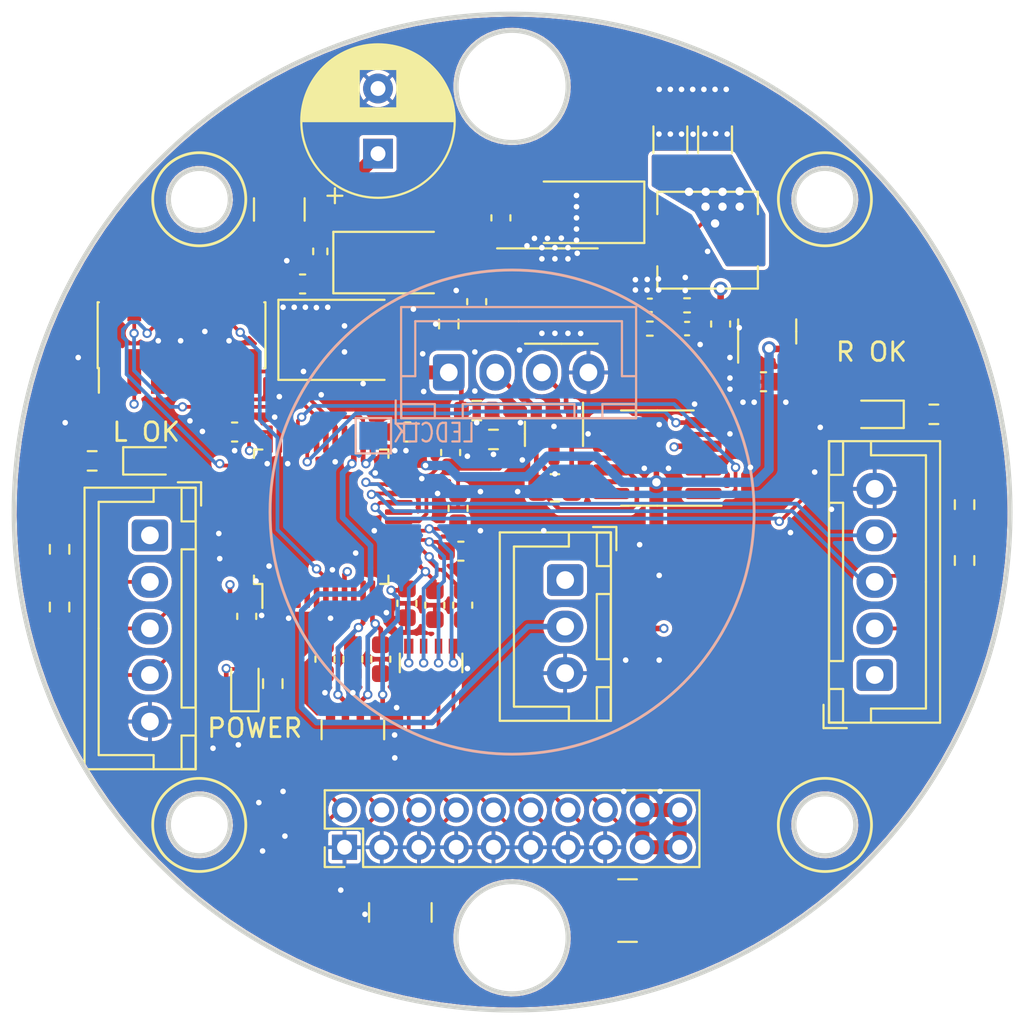
<source format=kicad_pcb>
(kicad_pcb (version 20211014) (generator pcbnew)
  (layers (0 "F.Cu" signal) (1 "In1.Cu" signal) (2 "In2.Cu" signal) (31 "B.Cu" signal) (34 "B.Paste" user) (35 "F.Paste" user) (36 "B.SilkS" user "B.Silkscreen") (37 "F.SilkS" user "F.Silkscreen") (38 "B.Mask" user) (39 "F.Mask" user) (44 "Edge.Cuts" user))
  (net 0 "")
  (net 1 "Net-(C1-Pad1)")
  (net 2 "GND")
  (net 3 "+5V")
  (net 4 "+3V3")
  (net 5 "CAN_TXD")
  (net 6 "+12V")
  (net 7 "VBAT_SENSE")
  (net 8 "CAN_RXD")
  (net 14 "Net-(D3-Pad1)")
  (net 15 "Net-(J2-Pad2)")
  (net 18 "Net-(J2-Pad4)")
  (net 19 "Net-(J2-Pad6)")
  (net 20 "Net-(J2-Pad8)")
  (net 21 "SWDIO")
  (net 22 "SWCLK")
  (net 30 "AIN5")
  (net 31 "AIN6")
  (net 32 "AIN7")
  (net 33 "AIN8")
  (net 34 "AIN1")
  (net 35 "AIN2")
  (net 36 "AIN3")
  (net 37 "AIN4")
  (net 43 "nRESET")
  (net 44 "UART_RX")
  (net 45 "UART_TX")
  (net 46 "LEFT_SCL")
  (net 47 "LEFT_SDA")
  (net 48 "RIGHT_SCL")
  (net 49 "RIGHT_SDA")
  (net 50 "Net-(D4-Pad1)")
  (net 51 "LEFT_OK")
  (net 52 "Net-(D5-Pad1)")
  (net 53 "RIGHT_OK")
  (net 54 "LED_BUS")
  (net 55 "Net-(J2-Pad10)")
  (net 56 "Net-(J2-Pad12)")
  (net 57 "Net-(J2-Pad14)")
  (net 58 "Net-(J2-Pad16)")
  (net 59 "Net-(C2-Pad1)")
  (net 60 "Net-(C7-Pad1)")
  (net 61 "Net-(C13-Pad1)")
  (net 62 "Net-(C13-Pad2)")
  (net 63 "Net-(C20-Pad2)")
  (net 64 "Net-(D2-Pad1)")
  (net 65 "Net-(R16-Pad2)")
  (net 66 "Net-(TP1-Pad1)")
  (net 68 "CANH")
  (net 69 "CANL")
  (footprint "Diode_SMD:D_SMA" (layer "F.Cu") (at 32.3 23.1)
    (fp_text reference "D2" hide)
    (fp_text value "D_Schottky" hide)
  )
  (footprint "Resistor_SMD:R_0603_1608Metric" (layer "F.Cu") (at 25.65 45.7125 -90)
    (fp_text reference "R9" hide)
    (fp_text value "1k" hide)
  )
  (footprint "Connector_PinHeader_2.00mm:PinHeader_2x10_P2.00mm_Vertical" (layer "F.Cu") (at 29.5 54.5 90)
    (fp_text reference "J2" hide)
    (fp_text value "Conn_02x10_Odd_Even" hide)
  )
  (footprint "Capacitor_SMD:C_0603_1608Metric" (layer "F.Cu") (at 37.9 20.7 90)
    (fp_text reference "C13" hide)
    (fp_text value "100n" hide)
  )
  (footprint "Resistor_SMD:R_0603_1608Metric" (layer "F.Cu") (at 35.1 26.4 -90)
    (fp_text reference "R16" hide)
    (fp_text value "10k" hide)
  )
  (footprint "Capacitor_SMD:C_0402_1005Metric" (layer "F.Cu") (at 45.8975 25.3975)
    (fp_text reference "C7" hide)
    (fp_text value "10n" hide)
  )
  (footprint "Package_SO:SOIC-8-1EP_3.9x4.9mm_P1.27mm_EP2.29x3mm" (layer "F.Cu") (at 41.1475 24.8975)
    (fp_text reference "U2" hide)
    (fp_text value "LMR14020" hide)
  )
  (footprint "Inductor_SMD:L_1210_3225Metric" (layer "F.Cu") (at 26 20.25 90)
    (fp_text reference "L1" hide)
    (fp_text value "2.2u" hide)
  )
  (footprint "Resistor_SMD:R_0603_1608Metric" (layer "F.Cu") (at 15.95 33.75)
    (fp_text reference "R14" hide)
    (fp_text value "1k" hide)
  )
  (footprint "Resistor_SMD:R_0603_1608Metric" (layer "F.Cu") (at 61.15 31.25 180)
    (fp_text reference "R15" hide)
    (fp_text value "1k" hide)
  )
  (footprint "Capacitor_SMD:C_0603_1608Metric" (layer "F.Cu") (at 23.6 32.2 180)
    (fp_text reference "C11" hide)
    (fp_text value "100n" hide)
  )
  (footprint "Capacitor_SMD:C_0603_1608Metric" (layer "F.Cu") (at 32.85 41.4 -90)
    (fp_text reference "C15" hide)
    (fp_text value "100n" hide)
  )
  (footprint "Capacitor_SMD:C_0603_1608Metric" (layer "F.Cu") (at 35.85 41.5 -90)
    (fp_text reference "C8" hide)
    (fp_text value "100n" hide)
  )
  (footprint "Resistor_SMD:R_Array_Convex_4x0603" (layer "F.Cu") (at 29.95 48.2 -90)
    (fp_text reference "RN4" hide)
    (fp_text value "10k" hide)
  )
  (footprint "mwsa0503:MWSA0503" (layer "F.Cu") (at 49 21.9 180)
    (fp_text reference "L2" hide)
    (fp_text value "10u" hide)
  )
  (footprint "Resistor_SMD:R_0402_1005Metric" (layer "F.Cu") (at 47.8975 25.3975)
    (fp_text reference "R18" hide)
    (fp_text value "68k" hide)
  )
  (footprint "Resistor_SMD:R_0603_1608Metric" (layer "F.Cu") (at 37.5 32.6)
    (fp_text reference "R3" hide)
    (fp_text value "10k" hide)
  )
  (footprint "Capacitor_SMD:C_0603_1608Metric" (layer "F.Cu") (at 32.9 32.2 180)
    (fp_text reference "C23" hide)
    (fp_text value "100n" hide)
  )
  (footprint "Connector_JST:JST_XH_B5B-XH-A_1x05_P2.50mm_Vertical" (layer "F.Cu") (at 57.975 45.25 90)
    (fp_text reference "J5" hide)
    (fp_text value "Conn_01x05")
  )
  (footprint "Capacitor_THT:CP_Radial_D8.0mm_P3.50mm" (layer "F.Cu") (at 31.3 17.252651 90)
    (fp_text reference "C2" hide)
    (fp_text value "56u" hide)
  )
  (footprint "Capacitor_SMD:C_0603_1608Metric" (layer "F.Cu") (at 29.95 44.4 -90)
    (fp_text reference "C17" hide)
    (fp_text value "100n" hide)
  )
  (footprint "Capacitor_SMD:C_0603_1608Metric" (layer "F.Cu") (at 24.25 42.1 -90)
    (fp_text reference "C12" hide)
    (fp_text value "100n" hide)
  )
  (footprint "Capacitor_SMD:C_0603_1608Metric" (layer "F.Cu") (at 35.2 33.3 90)
    (fp_text reference "C19" hide)
    (fp_text value "1u" hide)
  )
  (footprint "Diode_SMD:D_SMA" (layer "F.Cu") (at 42.2 20.4 180)
    (fp_text reference "D6" hide)
    (fp_text value "D_Schottky" hide)
  )
  (footprint "Package_TO_SOT_SMD:SOT-23" (layer "F.Cu") (at 52.2 26.8 90)
    (fp_text reference "U3" hide)
    (fp_text value "XC6206P332MR" hide)
  )
  (footprint "Connector_JST:JST_XH_B3B-XH-A_1x03_P2.50mm_Vertical" (layer "F.Cu") (at 41.35 40.15 -90)
    (fp_text reference "J6" hide)
    (fp_text value "Conn_01x03" hide)
  )
  (footprint "Resistor_SMD:R_0805_2012Metric" (layer "F.Cu") (at 40.8 35.2)
    (fp_text reference "R4" hide)
    (fp_text value "120" hide)
  )
  (footprint "Capacitor_SMD:C_0603_1608Metric" (layer "F.Cu") (at 28.45 44.4 -90)
    (fp_text reference "C18" hide)
    (fp_text value "100n" hide)
  )
  (footprint "LED_SMD:LED_0603_1608Metric" (layer "F.Cu") (at 58.05 31.25 180)
    (fp_text reference "D5" hide)
    (fp_text value "LED" hide)
  )
  (footprint "Capacitor_SMD:C_0402_1005Metric" (layer "F.Cu") (at 47.8975 26.6475 180)
    (fp_text reference "C20" hide)
    (fp_text value "330p" hide)
  )
  (footprint "Resistor_SMD:R_0603_1608Metric" (layer "F.Cu") (at 14.2 38.5 -90)
    (fp_text reference "R10" hide)
    (fp_text value "4.7k" hide)
  )
  (footprint "Capacitor_SMD:C_0603_1608Metric" (layer "F.Cu") (at 49.7 26.4 -90)
    (fp_text reference "C9" hide)
    (fp_text value "100n" hide)
  )
  (footprint "Connector_JST:JST_XH_B5B-XH-A_1x05_P2.50mm_Vertical" (layer "F.Cu") (at 19.05 37.75 -90)
    (fp_text reference "J3" hide)
    (fp_text value "Conn_01x05")
  )
  (footprint "Capacitor_SMD:C_0603_1608Metric" (layer "F.Cu") (at 52 29.5 180)
    (fp_text reference "C10" hide)
    (fp_text value "1u" hide)
  )
  (footprint "LED_SMD:LED_0603_1608Metric" (layer "F.Cu") (at 24.15 45.7125 90)
    (fp_text reference "D3" hide)
    (fp_text value "LED" hide)
  )
  (footprint "Resistor_SMD:R_0402_1005Metric" (layer "F.Cu") (at 45.8975 26.6475 180)
    (fp_text reference "R17" hide)
    (fp_text value "12k" hide)
  )
  (footprint "Resistor_SMD:R_0402_1005Metric" (layer "F.Cu") (at 28.2 22.5 -90)
    (fp_text reference "R1" hide)
    (fp_text value "1" hide)
  )
  (footprint "Capacitor_SMD:C_0603_1608Metric" (layer "F.Cu") (at 27.25 24.25 180)
    (fp_text reference "C1" hide)
    (fp_text value "4.7u" hide)
  )
  (footprint "Resistor_SMD:R_0603_1608Metric" (layer "F.Cu") (at 36.6 31.05)
    (fp_text reference "R2" hide)
    (fp_text value "100k" hide)
  )
  (footprint "Capacitor_SMD:C_0603_1608Metric" (layer "F.Cu") (at 34.35 41.5 -90)
    (fp_text reference "C14" hide)
    (fp_text value "100n" hide)
  )
  (footprint "Connector_PinHeader_1.27mm:PinHeader_2x07_P1.27mm_Vertical_SMD" (layer "F.Cu") (at 20.75 27 90)
    (fp_text reference "J4" hide)
    (fp_text value "FTSH-107-01-F-DV-K" hide)
  )
  (footprint "Resistor_SMD:R_Array_Convex_4x0603" (layer "F.Cu") (at 32.5 58 90)
    (fp_text reference "RN1" hide)
    (fp_text value "1k" hide)
  )
  (footprint "Capacitor_SMD:C_0603_1608Metric" (layer "F.Cu") (at 35.75 38.6)
    (fp_text reference "C4" hide)
    (fp_text value "100n" hide)
  )
  (footprint "Resistor_SMD:R_Array_Convex_4x0603" (layer "F.Cu") (at 44.7 57.9 180)
    (fp_text reference "RN3" hide)
    (fp_text value "470k" hide)
  )
  (footprint "Capacitor_SMD:C_0603_1608Metric" (layer "F.Cu") (at 36.6 25.2 -90)
    (fp_text reference "C5" hide)
    (fp_text value "1u" hide)
  )
  (footprint "Capacitor_SMD:C_0603_1608Metric" (layer "F.Cu") (at 35.6 36.3 90)
    (fp_text reference "C3" hide)
    (fp_text value "100n" hide)
  )
  (footprint "Resistor_SMD:R_0603_1608Metric" (layer "F.Cu") (at 14.2 41.6 -90)
    (fp_text reference "R11" hide)
    (fp_text value "4.7k" hide)
  )
  (footprint "LED_SMD:LED_0603_1608Metric" (layer "F.Cu") (at 19.1 33.75)
    (fp_text reference "D4" hide)
    (fp_text value "LED" hide)
  )
  (footprint "Diode_SMD:D_SMB" (layer "F.Cu") (at 29.5 27.25)
    (fp_text reference "D1" hide)
    (fp_text value "SMBJ24CA" hide)
  )
  (footprint "Package_TO_SOT_SMD:SOT-23" (layer "F.Cu") (at 40.75 32.3 -90)
    (fp_text reference "D7" hide)
    (fp_text value "PESD1CAN")
  )
  (footprint "Resistor_SMD:R_0603_1608Metric" (layer "F.Cu") (at 62.8 39.1 -90)
    (fp_text reference "R12" hide)
    (fp_text value "4.7k" hide)
  )
  (footprint "Resistor_SMD:R_0603_1608Metric" (layer "F.Cu") (at 62.8 36.1 -90)
    (fp_text reference "R13" hide)
    (fp_text value "4.7k" hide)
  )
  (footprint "Capacitor_SMD:C_1206_3216Metric" (layer "F.Cu") (at 47 16.5 90)
    (fp_text reference "C22" hide)
    (fp_text value "10u" hide)
  )
  (footprint "Capacitor_SMD:C_1206_3216Metric" (layer "F.Cu") (at 49.4 16.5 90)
    (fp_text reference "C21" hide)
    (fp_text value "10u" hide)
  )
  (footprint "Package_SO:SOIC-8_3.9x4.9mm_P1.27mm" (layer "F.Cu") (at 46.3 33.6 180)
    (fp_text reference "U1" hide)
    (fp_text value "TJA1051T-3" hide)
  )
  (footprint "Package_QFP:LQFP-48_7x7mm_P0.5mm" (layer "F.Cu") (at 28.25 36.75 90)
    (fp_text reference "U4" hide)
    (fp_text value "STM32F042C6Tx" hide)
  )
  (footprint "Resistor_SMD:R_Array_Convex_4x0603" (layer "F.Cu") (at 34.15 44.6 -90)
    (fp_text reference "RN5" hide)
    (fp_text value "10k" hide)
  )
  (footprint "Capacitor_SMD:C_0603_1608Metric" (layer "F.Cu") (at 31.45 44.4 -90)
    (fp_text reference "C16" hide)
    (fp_text value "100n" hide)
  )
  (footprint "TestPoint:TestPoint_Pad_1.5x1.5mm" (layer "B.Cu") (at 31.05 32.4 180)
    (fp_text reference "TP1" hide)
    (fp_text value "LedClock")
  )
  (footprint "Connector_JST:JST_XH_B4B-XH-A_1x04_P2.50mm_Vertical" (layer "B.Cu") (at 35.1 29)
    (fp_text reference "J1" hide)
    (fp_text value "Conn_01x04_Female" hide)
  )
  (gr_circle (center 38.5 36.5) (end 38.5 23.5) (layer "B.SilkS") (width 0.15) (fill none))
  (gr_circle (center 21.7 19.7) (end 21.7 17.2) (layer "F.SilkS") (width 0.15) (fill none))
  (gr_circle (center 55.3 53.3) (end 55.4 50.8) (layer "F.SilkS") (width 0.15) (fill none))
  (gr_circle (center 55.3 19.7) (end 55.3 17.2) (layer "F.SilkS") (width 0.15) (fill none))
  (gr_circle (center 21.7 53.3) (end 21.7 50.8) (layer "F.SilkS") (width 0.15) (fill none))
  (gr_circle (center 38.5 59.36) (end 41.5 59.36) (layer "Edge.Cuts") (width 0.25) (fill none))
  (gr_circle (center 55.293786 19.706214) (end 56.943786 19.706214) (layer "Edge.Cuts") (width 0.25) (fill none))
  (gr_circle (center 55.293786 53.293786) (end 56.943786 53.293786) (layer "Edge.Cuts") (width 0.25) (fill none))
  (gr_circle (center 21.706214 19.706214) (end 23.356214 19.706214) (layer "Edge.Cuts") (width 0.25) (fill none))
  (gr_circle (center 38.5 13.64) (end 41.5 13.64) (layer "Edge.Cuts") (width 0.25) (fill none))
  (gr_circle (center 21.706214 53.293786) (end 23.356214 53.293786) (layer "Edge.Cuts") (width 0.25) (fill none))
  (gr_circle (center 38.5 36.5) (end 65.25 36.5) (layer "Edge.Cuts") (width 0.25) (fill none))
  (gr_text "LEDCLK" (at 34.3 32.25) (layer "B.SilkS") (effects (font (size 1 0.8) (thickness 0.12)) (justify mirror)))
  (gr_text "POWER" (at 24.68125 48.1) (layer "F.SilkS") (effects (font (size 1 1))))
  (gr_text "L OK" (at 18.85 32.2) (layer "F.SilkS") (effects (font (size 1 1))))
  (gr_text "R OK" (at 57.8 27.9) (layer "F.SilkS") (effects (font (size 1 1))))
  (segment (start 28.2 24.075) (end 28.025 24.25) (width 0.25) (layer "F.Cu") (net 1))
  (segment (start 28.2 23.01) (end 28.2 24.075) (width 0.25) (layer "F.Cu") (net 1))
  (via (at 23.3 27.3) (size 0.5) (drill 0.3) (layers "F.Cu" "B.Cu") (net 2))
  (via (at 32.8 33.2) (size 0.5) (drill 0.3) (layers "F.Cu" "B.Cu") (net 2))
  (via (at 22.75 37.65) (size 0.5) (drill 0.3) (layers "F.Cu" "B.Cu") (net 2))
  (via (at 40.8 26.9) (size 0.5) (drill 0.3) (layers "F.Cu" "B.Cu") (net 2))
  (via (at 36.8 37.5) (size 0.5) (drill 0.3) (layers "F.Cu" "B.Cu") (net 2))
  (via (at 40.8 34.45) (size 0.5) (drill 0.3) (layers "F.Cu" "B.Cu") (net 2))
  (via (at 21.869864 32.169106) (size 0.5) (drill 0.3) (layers "F.Cu" "B.Cu") (net 2))
  (via (at 54.75 34.35) (size 0.5) (drill 0.3) (layers "F.Cu" "B.Cu") (net 2))
  (via (at 33.65 34.7) (size 0.5) (drill 0.3) (layers "F.Cu" "B.Cu") (net 2))
  (via (at 44.6 44.45) (size 0.5) (drill 0.3) (layers "F.Cu" "B.Cu") (net 2))
  (via (at 42 22.6) (size 0.5) (drill 0.3) (layers "F.Cu" "B.Cu") (net 2))
  (via (at 47.6 13.8) (size 0.5) (drill 0.3) (layers "F.Cu" "B.Cu") (net 2))
  (via (at 41.959318 20.7) (size 0.5) (drill 0.3) (layers "F.Cu" "B.Cu") (net 2))
  (via (at 14.5 31.7) (size 0.5) (drill 0.3) (layers "F.Cu" "B.Cu") (net 2))
  (via (at 40.75 31.9) (size 0.5) (drill 0.3) (layers "F.Cu" "B.Cu") (net 2))
  (via (at 41.959318 21.3) (size 0.5) (drill 0.3) (layers "F.Cu" "B.Cu") (net 2))
  (via (at 45.6 34.15) (size 0.5) (drill 0.3) (layers "F.Cu" "B.Cu") (net 2))
  (via (at 38.8 35.4) (size 0.5) (drill 0.3) (layers "F.Cu" "B.Cu") (net 2))
  (via (at 28.85 39.6) (size 0.5) (drill 0.3) (layers "F.Cu" "B.Cu") (net 2))
  (via (at 50 13.8) (size 0.5) (drill 0.3) (layers "F.Cu" "B.Cu") (net 2))
  (via (at 22.8 39) (size 0.5) (drill 0.3) (layers "F.Cu" "B.Cu") (net 2))
  (via (at 32.2 33.2) (size 0.5) (drill 0.3) (layers "F.Cu" "B.Cu") (net 2))
  (via (at 49.432376 16.177971) (size 0.5) (drill 0.3) (layers "F.Cu" "B.Cu") (net 2))
  (via (at 24.75 40.2) (size 0.5) (drill 0.3) (layers "F.Cu" "B.Cu") (net 2))
  (via (at 29.3 56.8) (size 0.5) (drill 0.3) (layers "F.Cu" "B.Cu") (net 2))
  (via (at 26.2 51.5) (size 0.5) (drill 0.3) (layers "F.Cu" "B.Cu") (net 2))
  (via (at 40.8 22.9) (size 0.5) (drill 0.3) (layers "F.Cu" "B.Cu") (net 2))
  (via (at 51.3 34.1) (size 0.5) (drill 0.3) (layers "F.Cu" "B.Cu") (net 2))
  (via (at 30.5 29.6) (size 0.5) (drill 0.3) (layers "F.Cu" "B.Cu") (net 2))
  (via (at 38.9 27.8) (size 0.5) (drill 0.3) (layers "F.Cu" "B.Cu") (net 2))
  (via (at 46.4 31.8) (size 0.5) (drill 0.3) (layers "F.Cu" "B.Cu") (net 2))
  (via (at 45.7475 24.5725) (size 0.5) (drill 0.3) (layers "F.Cu" "B.Cu") (net 2))
  (via (at 42.183008 26.907121) (size 0.5) (drill 0.3) (layers "F.Cu" "B.Cu") (net 2))
  (via (at 20.7 27.3) (size 0.5) (drill 0.3) (layers "F.Cu" "B.Cu") (net 2))
  (via (at 48.2 13.8) (size 0.5) (drill 0.3) (layers "F.Cu" "B.Cu") (net 2))
  (via (at 25.35 33.9) (size 0.5) (drill 0.3) (layers "F.Cu" "B.Cu") (net 2))
  (via (at 30.6 58.1) (size 0.5) (drill 0.3) (layers "F.Cu" "B.Cu") (net 2))
  (via (at 36.1 33.5) (size 0.5) (drill 0.3) (layers "F.Cu" "B.Cu") (net 2))
  (via (at 41.5 22.3) (size 0.5) (drill 0.3) (layers "F.Cu" "B.Cu") (net 2))
  (via (at 47.8 23.9) (size 0.5) (drill 0.3) (layers "F.Cu" "B.Cu") (net 2))
  (via (at 45.35 38.25) (size 0.5) (drill 0.3) (layers "F.Cu" "B.Cu") (net 2))
  (via (at 31.15 34.4) (size 0.5) (drill 0.3) (layers "F.Cu" "B.Cu") (net 2))
  (via (at 36.5 30) (size 0.5) (drill 0.3) (layers "F.Cu" "B.Cu") (net 2))
  (via (at 31.75 41.9) (size 0.5) (drill 0.3) (layers "F.Cu" "B.Cu") (net 2))
  (via (at 31.1 37.5) (size 0.5) (drill 0.3) (layers "F.Cu" "B.Cu") (net 2))
  (via (at 49 22.5) (size 0.5) (drill 0.3) (layers "F.Cu" "B.Cu") (net 2))
  (via (at 44.5 51.5) (size 0.5) (drill 0.3) (layers "F.Cu" "B.Cu") (net 2))
  (via (at 41.959318 19.497641) (size 0.5) (drill 0.3) (layers "F.Cu" "B.Cu") (net 2))
  (via (at 41.5 26.9) (size 0.5) (drill 0.3) (layers "F.Cu" "B.Cu") (net 2))
  (via (at 25.45 39.4) (size 0.5) (drill 0.3) (layers "F.Cu" "B.Cu") (net 2))
  (via (at 19.5 27.3) (size 0.5) (drill 0.3) (layers "F.Cu" "B.Cu") (net 2))
  (via (at 45.758247 24.007851) (size 0.5) (drill 0.3) (layers "F.Cu" "B.Cu") (net 2))
  (via (at 46.4 44.45) (size 0.5) (drill 0.3) (layers "F.Cu" "B.Cu") (net 2))
  (via (at 51.5 30.6) (size 0.5) (drill 0.3) (layers "F.Cu" "B.Cu") (net 2))
  (via (at 26.45 33.9) (size 0.5) (drill 0.3) (layers "F.Cu" "B.Cu") (net 2))
  (via (at 50.9 30.6) (size 0.5) (drill 0.3) (layers "F.Cu" "B.Cu") (net 2))
  (via (at 46.3725 24.5725) (size 0.5) (drill 0.3) (layers "F.Cu" "B.Cu") (net 2))
  (via (at 48.3 30.7) (size 0.5) (drill 0.3) (layers "F.Cu" "B.Cu") (net 2))
  (via (at 23.6 33.2) (size 0.5) (drill 0.3) (layers "F.Cu" "B.Cu") (net 2))
  (via (at 46.357028 23.982132) (size 0.5) (drill 0.3) (layers "F.Cu" "B.Cu") (net 2))
  (via (at 32.3 47) (size 0.5) (drill 0.3) (layers "F.Cu" "B.Cu") (net 2))
  (via (at 40.1 22.3) (size 0.5) (drill 0.3) (layers "F.Cu" "B.Cu") (net 2))
  (via (at 47.6 16.2) (size 0.5) (drill 0.3) (layers "F.Cu" "B.Cu") (net 2))
  (via (at 48.85 16.2) (size 0.5) (drill 0.3) (layers "F.Cu" "B.Cu") (net 2))
  (via (at 26.4 23) (size 0.5) (drill 0.3) (layers "F.Cu" "B.Cu") (net 2))
  (via (at 36.1 44.9) (size 0.5) (drill 0.3) (layers "F.Cu" "B.Cu") (net 2))
  (via (at 50.2 29.3) (size 0.5) (drill 0.3) (layers "F.Cu" "B.Cu") (net 2))
  (via (at 45.1225 24.5725) (size 0.5) (drill 0.3) (layers "F.Cu" "B.Cu") (net 2))
  (via (at 27.296906 28.948352) (size 0.5) (drill 0.3) (layers "F.Cu" "B.Cu") (net 2))
  (via (at 46.45 51.5) (size 0.5) (drill 0.3) (layers "F.Cu" "B.Cu") (net 2))
  (via (at 15.2 28.2) (size 0.5) (drill 0.3) (layers "F.Cu" "B.Cu") (net 2))
  (via (at 40.2 37.5) (size 0.5) (drill 0.3) (layers "F.Cu" "B.Cu") (net 2))
  (via (at 26.8 25.5) (size 0.5) (drill 0.3) (layers "F.Cu" "B.Cu") (net 2))
  (via (at 26.3 53.9) (size 0.5) (drill 0.3) (layers "F.Cu" "B.Cu") (net 2))
  (via (at 29.5 26.5) (size 0.5) (drill 0.3) (layers "F.Cu" "B.Cu") (net 2))
  (via (at 36.8 35.4) (size 0.5) (drill 0.3) (layers "F.Cu" "B.Cu") (net 2))
  (via (at 46.4 39.9) (size 0.5) (drill 0.3) (layers "F.Cu" "B.Cu") (net 2))
  (via (at 33.7 28) (size 0.5) (drill 0.3) (layers "F.Cu" "B.Cu") (net 2))
  (via (at 23.8 49) (size 0.5) (drill 0.3) (layers "F.Cu" "B.Cu") (net 2))
  (via (at 46.387378 16.199265) (size 0.5) (drill 0.3) (layers "F.Cu" "B.Cu") (net 2))
  (via (at 26 30.3) (size 0.5) (drill 0.3) (layers "F.Cu" "B.Cu") (net 2))
  (via (at 41.5 22.9) (size 0.5) (drill 0.3) (layers "F.Cu" "B.Cu") (net 2))
  (via (at 37.5 33.4) (size 0.5) (drill 0.3) (layers "F.Cu" "B.Cu") (net 2))
  (via (at 40.1 26.9) (size 0.5) (drill 0.3) (layers "F.Cu" "B.Cu") (net 2))
  (via (at 50.2 28.2) (size 0.5) (drill 0.3) (layers "F.Cu" "B.Cu") (net 2))
  (via (at 47 16.2) (size 0.5) (drill 0.3) (layers "F.Cu" "B.Cu") (net 2))
  (via (at 41.959318 20.1) (size 0.5) (drill 0.3) (layers "F.Cu" "B.Cu") (net 2))
  (via (at 50.2 32.3) (size 0.5) (drill 0.3) (layers "F.Cu" "B.Cu") (net 2))
  (via (at 25.75 31.4) (size 0.5) (drill 0.3) (layers "F.Cu" "B.Cu") (net 2))
  (via (at 28.6 25.5) (size 0.5) (drill 0.3) (layers "F.Cu" "B.Cu") (net 2))
  (via (at 28.75 42.2) (size 0.5) (drill 0.3) (layers "F.Cu" "B.Cu") (net 2))
  (via (at 39.05 33.7) (size 0.5) (drill 0.3) (layers "F.Cu" "B.Cu") (net 2))
  (via (at 34.4 26.4) (size 0.5) (drill 0.3) (layers "F.Cu" "B.Cu") (net 2))
  (via (at 32.191643 48.470734) (size 0.5) (drill 0.3) (layers "F.Cu" "B.Cu") (net 2))
  (via (at 36.5 27.9) (size 0.5) (drill 0.3) (layers "F.Cu" "B.Cu") (net 2))
  (via (at 55.05 31.95) (size 0.5) (drill 0.3) (layers "F.Cu" "B.Cu") (net 2))
  (via (at 42.580887 32.3) (size 0.5) (drill 0.3) (layers "F.Cu" "B.Cu") (net 2))
  (via (at 53.45 37.6) (size 0.5) (drill 0.3) (layers "F.Cu" "B.Cu") (net 2))
  (via (at 28.45 46.2) (size 0.5) (drill 0.3) (layers "F.Cu" "B.Cu") (net 2))
  (via (at 33.2 25.6) (size 0.5) (drill 0.3) (layers "F.Cu" "B.Cu") (net 2))
  (via (at 27.990462 25.517466) (size 0.5) (drill 0.3) (layers "F.Cu" "B.Cu") (net 2))
  (via (at 50.2 29.9) (size 0.5) (drill 0.3) (layers "F.Cu" "B.Cu") (net 2))
  (via (at 47 13.8) (size 0.5) (drill 0.3) (layers "F.Cu" "B.Cu") (net 2))
  (via (at 48.6 27.5) (size 0.5) (drill 0.3) (layers "F.Cu" "B.Cu") (net 2))
  (via (at 29.95 46.2) (size 0.5) (drill 0.3) (layers "F.Cu" "B.Cu") (net 2))
  (via (at 25.1 54.7) (size 0.5) (drill 0.3) (layers "F.Cu" "B.Cu") (net 2))
  (via (at 41.144125 21.786294) (size 0.5) (drill 0.3) (layers "F.Cu" "B.Cu") (net 2))
  (via (at 46.4 13.8) (size 0.5) (drill 0.3) (layers "F.Cu" "B.Cu") (net 2))
  (via (at 22 26.8) (size 0.5) (drill 0.3) (layers "F.Cu" "B.Cu") (net 2))
  (via (at 38.95 31.7) (size 0.5) (drill 0.3) (layers "F.Cu" "B.Cu") (net 2))
  (via (at 26.5 42.2) (size 0.5) (drill 0.3) (layers "F.Cu" "B.Cu") (net 2))
  (via (at 46.9 34.15) (size 0.5) (drill 0.3) (layers "F.Cu" "B.Cu") (net 2))
  (via (at 32.2 49.7) (size 0.5) (drill 0.3) (layers "F.Cu" "B.Cu") (net 2))
  (via (at 50.05 16.199265) (size 0.5) (drill 0.3) (layers "F.Cu" "B.Cu") (net 2))
  (via (at 45.1225 24.0225) (size 0.5) (drill 0.3) (layers "F.Cu" "B.Cu") (net 2))
  (via (at 48.221678 16.205349) (size 0.5) (drill 0.3) (layers "F.Cu" "B.Cu") (net 2))
  (via (at 29 33.8) (size 0.5) (drill 0.3) (layers "F.Cu" "B.Cu") (net 2))
  (via (at 50.7 26.6) (size 0.5) (drill 0.3) (layers "F.Cu" "B.Cu") (net 2))
  (via (at 40.4 21.8) (size 0.5) (drill 0.3) (layers "F.Cu" "B.Cu") (net 2))
  (via (at 29.5 27.9) (size 0.5) (drill 0.3) (layers "F.Cu" "B.Cu") (net 2))
  (via (at 40.1 22.9) (size 0.5) (drill 0.3) (layers "F.Cu" "B.Cu") (net 2))
  (via (at 49.4 13.8) (size 0.5) (drill 0.3) (layers "F.Cu" "B.Cu") (net 2))
  (via (at 55.65 36.35) (size 0.5) (drill 0.3) (layers "F.Cu" "B.Cu") (net 2))
  (via (at 25.05 42.05) (size 0.5) (drill 0.3) (layers "F.Cu" "B.Cu") (net 2))
  (via (at 21.2 31.6) (size 0.5) (drill 0.3) (layers "F.Cu" "B.Cu") (net 2))
  (via (at 39.3 22.2) (size 0.5) (drill 0.3) (layers "F.Cu" "B.Cu") (net 2))
  (via (at 47.8 24.6) (size 0.5) (drill 0.3) (layers "F.Cu" "B.Cu") (net 2))
  (via (at 48.8 13.8) (size 0.5) (drill 0.3) (layers "F.Cu" "B.Cu") (net 2))
  (via (at 40.8 22.3) (size 0.5) (drill 0.3) (layers "F.Cu" "B.Cu") (net 2))
  (via (at 33.752999 30.024496) (size 0.5) (drill 0.3) (layers "F.Cu" "B.Cu") (net 2))
  (via (at 26.2 25.5) (size 0.5) (drill 0.3) (layers "F.Cu" "B.Cu") (net 2))
  (via (at 34.5 35.5) (size 0.5) (drill 0.3) (layers "F.Cu" "B.Cu") (net 2))
  (via (at 53.2 30.6) (size 0.5) (drill 0.3) (layers "F.Cu" "B.Cu") (net 2))
  (via (at 30.1 38.7) (size 0.5) (drill 0.3) (layers "F.Cu" "B.Cu") (net 2))
  (via (at 36.6 31.7) (size 0.5) (drill 0.3) (layers "F.Cu" "B.Cu") (net 2))
  (via (at 24.9 52.1) (size 0.5) (drill 0.3) (layers "F.Cu" "B.Cu") (net 2))
  (via (at 28.25 30.2) (size 0.5) (drill 0.3) (layers "F.Cu" "B.Cu") (net 2))
  (via (at 27.4 25.5) (size 0.5) (drill 0.3) (layers "F.Cu" "B.Cu") (net 2))
  (via (at 41.959318 21.9) (size 0.5) (drill 0.3) (layers "F.Cu" "B.Cu") (net 2))
  (via (at 35.5 24.6) (size 0.5) (drill 0.3) (layers "F.Cu" "B.Cu") (net 2))
  (via (at 39.7 21.8) (size 0.5) (drill 0.3) (layers "F.Cu" "B.Cu") (net 2))
  (via (at 22.438963 49.182414) (size 0.5) (drill 0.3) (layers "F.Cu" "B.Cu") (net 2))
  (segment (start 49.7 25.625) (end 49.7 24.5) (width 0.35) (layer "F.Cu") (net 3))
  (segment (start 48.4075 26.6175) (end 48.3775 26.6475) (width 0.2) (layer "F.Cu") (net 3))
  (segment (start 49.9375 25.8625) (end 49.7 25.625) (width 0.35) (layer "F.Cu") (net 3))
  (segment (start 52.2 25.8625) (end 49.9375 25.8625) (width 0.35) (layer "F.Cu") (net 3))
  (segment (start 48.4075 21.2925) (end 48.7 21) (width 0.2) (layer "F.Cu") (net 3))
  (segment (start 48.775 32.965) (end 47.235 32.965) (width 0.3) (layer "F.Cu") (net 3))
  (segment (start 48.4075 25.3975) (end 48.4075 26.6175) (width 0.2) (layer "F.Cu") (net 3))
  (segment (start 48.4075 25.3975) (end 48.4075 21.2925) (width 0.2) (layer "F.Cu") (net 3))
  (segment (start 48.7 21) (end 49.4 21) (width 0.2) (layer "F.Cu") (net 3))
  (segment (start 47.235 32.965) (end 47.2 33) (width 0.3) (layer "F.Cu") (net 3))
  (via (at 49.8 20.1) (size 0.75) (drill 0.45) (layers "F.Cu" "B.Cu") (net 3))
  (via (at 47.2 33) (size 0.5) (drill 0.3) (layers "F.Cu" "B.Cu") (net 3))
  (via (at 49.8 19.3) (size 0.75) (drill 0.45) (layers "F.Cu" "B.Cu") (net 3))
  (via (at 50.722481 20.1) (size 0.75) (drill 0.45) (layers "F.Cu" "B.Cu") (net 3))
  (via (at 48.9 19.3) (size 0.75) (drill 0.45) (layers "F.Cu" "B.Cu") (net 3))
  (via (at 50.722481 19.27111) (size 0.75) (drill 0.45) (layers "F.Cu" "B.Cu") (net 3))
  (via (at 48 19.3) (size 0.75) (drill 0.45) (layers "F.Cu" "B.Cu") (net 3))
  (via (at 49.4 21) (size 0.75) (drill 0.45) (layers "F.Cu" "B.Cu") (net 3))
  (via (at 49.7 24.5) (size 0.75) (drill 0.45) (layers "F.Cu" "B.Cu") (net 3))
  (via (at 48.888182 20.1) (size 0.75) (drill 0.45) (layers "F.Cu" "B.Cu") (net 3))
  (segment (start 24.0875 39.5) (end 24.0875 41.1625) (width 0.25) (layer "F.Cu") (net 4))
  (segment (start 14.2 40.775) (end 14.175 40.775) (width 0.2) (layer "F.Cu") (net 4))
  (segment (start 46.65 42.75) (end 45.8 42.75) (width 0.3) (layer "F.Cu") (net 4))
  (segment (start 32.4125 34) (end 33.85 34) (width 0.25) (layer "F.Cu") (net 4))
  (segment (start 32.1 58.9) (end 31.3 58.9) (width 0.25) (layer "F.Cu") (net 4))
  (segment (start 45.8 42.75) (end 45.5 42.45) (width 0.3) (layer "F.Cu") (net 4))
  (segment (start 23.65 41.3) (end 23.35 41) (width 0.25) (layer "F.Cu") (net 4))
  (segment (start 25.5 32.5875) (end 25.5 32.2) (width 0.2) (layer "F.Cu") (net 4))
  (segment (start 24.375 32.2) (end 24.375 33.175) (width 0.2) (layer "F.Cu") (net 4))
  (segment (start 24.6625 40.9125) (end 24.25 41.325) (width 0.25) (layer "F.Cu") (net 4))
  (segment (start 57.975 42.75) (end 61.95 42.75) (width 0.2) (layer "F.Cu") (net 4))
  (segment (start 23.15 44.9) (end 23.15 49.35) (width 0.25) (layer "F.Cu") (net 4))
  (segment (start 33.675 33.825) (end 33.85 34) (width 0.5) (layer "F.Cu") (net 4))
  (segment (start 45.295 31.695) (end 46.25 32.65) (width 0.3) (layer "F.Cu") (net 4))
  (segment (start 23.175 44.925) (end 23.15 44.9) (width 0.2) (layer "F.Cu") (net 4))
  (segment (start 45.5 52.5) (end 47.5 52.5) (width 0.75) (layer "F.Cu") (net 4))
  (segment (start 18.21 30.69) (end 18.2 30.7) (width 0.2) (layer "F.Cu") (net 4))
  (segment (start 24.15 44.925) (end 23.175 44.925) (width 0.2) (layer "F.Cu") (net 4))
  (segment (start 25.5 40.9125) (end 24.6625 40.9125) (width 0.25) (layer "F.Cu") (net 4))
  (segment (start 46.25 32.65) (end 46.25 34.9) (width 0.3) (layer "F.Cu") (net 4))
  (segment (start 45.5 39.45) (end 45.5 42.45) (width 0.75) (layer "F.Cu") (net 4))
  (segment (start 24.375 33.175) (end 24.4 33.2) (width 0.2) (layer "F.Cu") (net 4))
  (segment (start 45.5 54.5) (end 45.5 52.5) (width 0.75) (layer "F.Cu") (net 4))
  (segment (start 24.225 41.3) (end 23.65 41.3) (width 0.25) (layer "F.Cu") (net 4))
  (segment (start 25.5 32.2) (end 24.375 32.2) (width 0.2) (layer "F.Cu") (net 4))
  (segment (start 24.0875 41.1625) (end 24.25 41.325) (width 0.25) (layer "F.Cu") (net 4))
  (segment (start 33.675 32.2) (end 33.675 33.825) (width 0.5) (layer "F.Cu") (net 4))
  (segment (start 17.25 40.25) (end 19.05 40.25) (width 0.2) (layer "F.Cu") (net 4))
  (segment (start 53.15 27.7375) (end 53.15 29.125) (width 0.35) (layer "F.Cu") (net 4))
  (segment (start 52.3375 27.7375) (end 52.3 27.7) (width 0.35) (layer "F.Cu") (net 4))
  (segment (start 47.5 52.5) (end 47.5 54.5) (width 0.75) (layer "F.Cu") (net 4))
  (segment (start 45.5 42.45) (end 45.5 52.5) (width 0.75) (layer "F.Cu") (net 4))
  (segment (start 33.7 58.9) (end 32.9 58.9) (width 0.25) (layer "F.Cu") (net 4))
  (segment (start 53.15 29.125) (end 52.775 29.5) (width 0.35) (layer "F.Cu") (net 4))
  (segment (start 23.35 41) (end 23.35 40.4) (width 0.25) (layer "F.Cu") (net 4))
  (segment (start 31.3 58.9) (end 30.3 58.9) (width 0.25) (layer "F.Cu") (net 4))
  (segment (start 18.21 28.95) (end 18.21 30.69) (width 0.2) (layer "F.Cu") (net 4))
  (segment (start 63.85 36.325) (end 63.85 37.7) (width 0.2) (layer "F.Cu") (net 4))
  (segment (start 63.85 40.85) (end 63.85 38.3) (width 0.2) (layer "F.Cu") (net 4))
  (segment (start 14.2 37.675) (end 14.675 37.675) (width 0.2) (layer "F.Cu") (net 4))
  (segment (start 63.85 37.7) (end 63.85 38.3) (width 0.2) (layer "F.Cu") (net 4))
  (segment (start 53.15 27.7375) (end 52.3375 27.7375) (width 0.35) (layer "F.Cu") (net 4))
  (segment (start 23.15 49.35) (end 25.6 51.8) (width 0.25) (layer "F.Cu") (net 4))
  (segment (start 45.5 54.5) (end 47.5 54.5) (width 0.75) (layer "F.Cu") (net 4))
  (segment (start 29.5 39.85) (end 29.65 39.7) (width 0.25) (layer "F.Cu") (net 4))
  (segment (start 29.5 40.9125) (end 29.5 39.85) (width 0.25) (layer "F.Cu") (net 4))
  (segment (start 46.25 34.9) (end 46.25 38.7) (width 0.75) (layer "F.Cu") (net 4))
  (segment (start 61.95 42.75) (end 63.85 40.85) (width 0.2) (layer "F.Cu") (net 4))
  (segment (start 25.6 51.8) (end 25.6 54.2) (width 0.25) (layer "F.Cu") (net 4))
  (segment (start 25.6 54.2) (end 30.3 58.9) (width 0.25) (layer "F.Cu") (net 4))
  (segment (start 32.9 58.9) (end 32.1 58.9) (width 0.25) (layer "F.Cu") (net 4))
  (segment (start 14.175 40.775) (end 13.3 39.9) (width 0.2) (layer "F.Cu") (net 4))
  (segment (start 14.675 37.675) (end 17.25 40.25) (width 0.2) (layer "F.Cu") (net 4))
  (segment (start 46.25 38.7) (end 45.5 39.45) (width 0.75) (layer "F.Cu") (net 4))
  (segment (start 63.825 38.275) (end 63.85 38.3) (width 0.2) (layer "F.Cu") (net 4))
  (segment (start 62.8 38.275) (end 63.825 38.275) (width 0.2) (layer "F.Cu") (net 4))
  (segment (start 62.8 35.275) (end 63.85 36.325) (width 0.2) (layer "F.Cu") (net 4))
  (segment (start 43.825 31.695) (end 45.295 31.695) (width 0.3) (layer "F.Cu") (net 4))
  (segment (start 24.25 41.325) (end 24.225 41.3) (width 0.25) (layer "F.Cu") (net 4))
  (segment (start 13.3 39.9) (end 13.3 38.575) (width 0.2) (layer "F.Cu") (net 4))
  (segment (start 45.7 52.3) (end 45.5 52.5) (width 0.75) (layer "F.Cu") (net 4))
  (segment (start 13.3 38.575) (end 14.2 37.675) (width 0.2) (layer "F.Cu") (net 4))
  (via (at 46.25 34.9) (size 0.75) (drill 0.45) (layers "F.Cu" "B.Cu") (net 4))
  (via (at 33.85 34) (size 0.5) (drill 0.3) (layers "F.Cu" "B.Cu") (net 4))
  (via (at 24.4 33.2) (size 0.5) (drill 0.3) (layers "F.Cu" "B.Cu") (net 4))
  (via (at 18.2 30.7) (size 0.5) (drill 0.3) (layers "F.Cu" "B.Cu") (net 4))
  (via (at 23.15 44.9) (size 0.5) (drill 0.3) (layers "F.Cu" "B.Cu") (net 4))
  (via (at 23.35 40.4) (size 0.5) (drill 0.3) (layers "F.Cu" "B.Cu") (net 4))
  (via (at 46.65 42.75) (size 0.5) (drill 0.3) (layers "F.Cu" "B.Cu") (net 4))
  (via (at 29.65 39.7) (size 0.5) (drill 0.3) (layers "F.Cu" "B.Cu") (net 4))
  (via (at 52.3 27.7) (size 0.75) (drill 0.45) (layers "F.Cu" "B.Cu") (net 4))
  (segment (start 43 33.5) (end 44.4 34.9) (width 0.5) (layer "B.Cu") (net 4))
  (segment (start 52.3 34.2) (end 52.3 27.7) (width 0.5) (layer "B.Cu") (net 4))
  (segment (start 35.6 34.6) (end 39.3 34.6) (width 0.5) (layer "B.Cu") (net 4))
  (segment (start 51.6 34.9) (end 52.3 34.2) (width 0.5) (layer "B.Cu") (net 4))
  (segment (start 44.4 34.9) (end 51.6 34.9) (width 0.5) (layer "B.Cu") (net 4))
  (segment (start 40.4 33.5) (end 43 33.5) (width 0.5) (layer "B.Cu") (net 4))
  (segment (start 35 34) (end 35.6 34.6) (width 0.5) (layer "B.Cu") (net 4))
  (segment (start 39.3 34.6) (end 40.4 33.5) (width 0.5) (layer "B.Cu") (net 4))
  (segment (start 33.85 34) (end 35 34) (width 0.5) (layer "B.Cu") (net 4))
  (segment (start 50.5 34.1) (end 50.5 35.3) (width 0.2) (layer "F.Cu") (net 5))
  (segment (start 27 32.5875) (end 27 31.6) (width 0.2) (layer "F.Cu") (net 5))
  (segment (start 50.295 35.505) (end 48.775 35.505) (width 0.2) (layer "F.Cu") (net 5))
  (segment (start 27 31.6) (end 27.2 31.4) (width 0.2) (layer "F.Cu") (net 5))
  (segment (start 50.5 35.3) (end 50.295 35.505) (width 0.2) (layer "F.Cu") (net 5))
  (via (at 50.5 34.1) (size 0.5) (drill 0.3) (layers "F.Cu" "B.Cu") (net 5))
  (via (at 27.2 31.4) (size 0.5) (drill 0.3) (layers "F.Cu" "B.Cu") (net 5))
  (segment (start 27.8 30.8) (end 36 30.8) (width 0.2) (layer "B.Cu") (net 5))
  (segment (start 50.5 34) (end 50.5 34.1) (width 0.2) (layer "B.Cu") (net 5))
  (segment (start 48.1 31.6) (end 50.5 34) (width 0.2) (layer "B.Cu") (net 5))
  (segment (start 36 30.8) (end 36.1 30.7) (width 0.2) (layer "B.Cu") (net 5))
  (segment (start 27.2 31.4) (end 27.8 30.8) (width 0.2) (layer "B.Cu") (net 5))
  (segment (start 47.2 30.7) (end 48.1 31.6) (width 0.2) (layer "B.Cu") (net 5))
  (segment (start 41.2 30.7) (end 47.2 30.7) (width 0.2) (layer "B.Cu") (net 5))
  (segment (start 36.1 30.7) (end 41.2 30.7) (width 0.2) (layer "B.Cu") (net 5))
  (segment (start 31.65 25.75) (end 31.65 27.25) (width 0.75) (layer "F.Cu") (net 6))
  (segment (start 31.65 27.25) (end 33.4 29) (width 0.75) (layer "F.Cu") (net 6))
  (segment (start 34.3 23.1) (end 31.65 25.75) (width 0.75) (layer "F.Cu") (net 6))
  (segment (start 35.775 31.05) (end 35.775 29.675) (width 0.25) (layer "F.Cu") (net 6))
  (segment (start 35.775 29.675) (end 35.1 29) (width 0.25) (layer "F.Cu") (net 6))
  (segment (start 33.4 29) (end 35.1 29) (width 0.75) (layer "F.Cu") (net 6))
  (segment (start 38.325 33.625) (end 37.8 34.15) (width 0.25) (layer "F.Cu") (net 7))
  (segment (start 37.85 32.125) (end 38.325 32.6) (width 0.25) (layer "F.Cu") (net 7))
  (segment (start 37.85 31.55) (end 37.85 32.125) (width 0.25) (layer "F.Cu") (net 7))
  (segment (start 38.325 32.6) (end 38.325 33.625) (width 0.25) (layer "F.Cu") (net 7))
  (segment (start 37.425 31.05) (end 37.425 31.125) (width 0.25) (layer "F.Cu") (net 7))
  (segment (start 35.125 34.075) (end 35.2 34.075) (width 0.2) (layer "F.Cu") (net 7))
  (segment (start 37.8 34.15) (end 37.3625 34.15) (width 0.25) (layer "F.Cu") (net 7))
  (segment (start 35.2 34.1) (end 35.2 34.075) (width 0.25) (layer "F.Cu") (net 7))
  (segment (start 35.275 34.15) (end 35.2 34.075) (width 0.25) (layer "F.Cu") (net 7))
  (segment (start 37.3625 34.15) (end 35.275 34.15) (width 0.25) (layer "F.Cu") (net 7))
  (segment (start 32.4125 37) (end 33.5 37) (width 0.2) (layer "F.Cu") (net 7))
  (segment (start 37.425 31.125) (end 37.85 31.55) (width 0.25) (layer "F.Cu") (net 7))
  (segment (start 33.9 36.6) (end 33.9 35.3) (width 0.2) (layer "F.Cu") (net 7))
  (segment (start 33.9 35.3) (end 35.125 34.075) (width 0.2) (layer "F.Cu") (net 7))
  (segment (start 33.5 37) (end 33.9 36.6) (width 0.2) (layer "F.Cu") (net 7))
  (segment (start 47.305 31.695) (end 47.3 31.7) (width 0.25) (layer "F.Cu") (net 8))
  (segment (start 27.5 32.5875) (end 27.5 33.8) (width 0.2) (layer "F.Cu") (net 8))
  (segment (start 48.775 31.695) (end 47.305 31.695) (width 0.25) (layer "F.Cu") (net 8))
  (via (at 27.5 33.8) (size 0.5) (drill 0.3) (layers "F.Cu" "B.Cu") (net 8))
  (via (at 47.3 31.7) (size 0.5) (drill 0.3) (layers "F.Cu" "B.Cu") (net 8))
  (segment (start 30.1 31.2) (end 36.2 31.2) (width 0.2) (layer "B.Cu") (net 8))
  (segment (start 46.7 31.1) (end 47.3 31.7) (width 0.2) (layer "B.Cu") (net 8))
  (segment (start 36.3 31.1) (end 46.7 31.1) (width 0.2) (layer "B.Cu") (net 8))
  (segment (start 36.2 31.2) (end 36.3 31.1) (width 0.2) (layer "B.Cu") (net 8))
  (segment (start 27.5 33.8) (end 30.1 31.2) (width 0.2) (layer "B.Cu") (net 8))
  (segment (start 24.15 46.5) (end 25.6125 46.5) (width 0.25) (layer "F.Cu") (net 14))
  (segment (start 25.6125 46.5) (end 25.65 46.5375) (width 0.25) (layer "F.Cu") (net 14))
  (segment (start 28.2 55.5) (end 28.8 56.1) (width 0.2) (layer "F.Cu") (net 15))
  (segment (start 29.5 52.5) (end 29.2 52.5) (width 0.2) (layer "F.Cu") (net 15))
  (segment (start 29.2 52.5) (end 28.2 53.5) (width 0.2) (layer "F.Cu") (net 15))
  (segment (start 28.8 56.1) (end 30.5 56.1) (width 0.2) (layer "F.Cu") (net 15))
  (segment (start 28.75 49.1) (end 28.75 51.75) (width 0.2) (layer "F.Cu") (net 15))
  (segment (start 28.75 51.75) (end 29.5 52.5) (width 0.2) (layer "F.Cu") (net 15))
  (segment (start 30.5 56.1) (end 31.3 56.9) (width 0.2) (layer "F.Cu") (net 15))
  (segment (start 28.2 53.5) (end 28.2 55.5) (width 0.2) (layer "F.Cu") (net 15))
  (segment (start 31.3 56.9) (end 31.3 57.1) (width 0.2) (layer "F.Cu") (net 15))
  (segment (start 29.55 50.55) (end 31.5 52.5) (width 0.2) (layer "F.Cu") (net 18))
  (segment (start 32.1 56.2) (end 31.7 55.8) (width 0.2) (layer "F.Cu") (net 18))
  (segment (start 31.7 55.8) (end 31 55.8) (width 0.2) (layer "F.Cu") (net 18))
  (segment (start 31 55.8) (end 30.5 55.3) (width 0.2) (layer "F.Cu") (net 18))
  (segment (start 32.1 57.1) (end 32.1 56.2) (width 0.2) (layer "F.Cu") (net 18))
  (segment (start 30.5 55.3) (end 30.5 53.5) (width 0.2) (layer "F.Cu") (net 18))
  (segment (start 29.55 49.1) (end 29.55 50.55) (width 0.2) (layer "F.Cu") (net 18))
  (segment (start 30.5 53.5) (end 31.5 52.5) (width 0.2) (layer "F.Cu") (net 18))
  (segment (start 31.8 50.8) (end 33.5 52.5) (width 0.2) (layer "F.Cu") (net 19))
  (segment (start 32.5 55.5) (end 32.9 55.9) (width 0.2) (layer "F.Cu") (net 19))
  (segment (start 30.35 49.1) (end 30.35 50.25) (width 0.2) (layer "F.Cu") (net 19))
  (segment (start 30.9 50.8) (end 31.8 50.8) (width 0.2) (layer "F.Cu") (net 19))
  (segment (start 32.9 55.9) (end 32.9 57.1) (width 0.2) (layer "F.Cu") (net 19))
  (segment (start 30.35 50.25) (end 30.9 50.8) (width 0.2) (layer "F.Cu") (net 19))
  (segment (start 32.5 53.5) (end 32.5 55.5) (width 0.2) (layer "F.Cu") (net 19))
  (segment (start 33.5 52.5) (end 32.5 53.5) (width 0.2) (layer "F.Cu") (net 19))
  (segment (start 34.5 53.5) (end 34.5 55.2) (width 0.2) (layer "F.Cu") (net 20))
  (segment (start 31.15 49.95) (end 31.15 49.1) (width 0.2) (layer "F.Cu") (net 20))
  (segment (start 34.5 55.2) (end 33.7 56) (width 0.2) (layer "F.Cu") (net 20))
  (segment (start 33.7 56) (end 33.7 57.1) (width 0.2) (layer "F.Cu") (net 20))
  (segment (start 31.6 50.4) (end 31.15 49.95) (width 0.2) (layer "F.Cu") (net 20))
  (segment (start 33.4 50.4) (end 31.6 50.4) (width 0.2) (layer "F.Cu") (net 20))
  (segment (start 35.5 52.5) (end 33.4 50.4) (width 0.2) (layer "F.Cu") (net 20))
  (segment (start 35.5 52.5) (end 34.5 53.5) (width 0.2) (layer "F.Cu") (net 20))
  (segment (start 18.21 26.89) (end 18.2 26.9) (width 0.2) (layer "F.Cu") (net 21))
  (segment (start 26.5 32.5875) (end 26.5 31.25) (width 0.2) (layer "F.Cu") (net 21))
  (segment (start 24.95 30.85) (end 20.8 30.85) (width 0.2) (layer "F.Cu") (net 21))
  (segment (start 26.1 30.85) (end 24.95 30.85) (width 0.2) (layer "F.Cu") (net 21))
  (segment (start 26.25 31) (end 26.1 30.85) (width 0.2) (layer "F.Cu") (net 21))
  (segment (start 26.5 31.25) (end 26.25 31) (width 0.2) (layer "F.Cu") (net 21))
  (segment (start 18.21 25.05) (end 18.21 26.89) (width 0.2) (layer "F.Cu") (net 21))
  (via (at 20.8 30.85) (size 0.5) (drill 0.3) (layers "F.Cu" "B.Cu") (net 21))
  (via (at 18.2 26.9) (size 0.5) (drill 0.3) (layers "F.Cu" "B.Cu") (net 21))
  (segment (start 18.2 26.9) (end 18.2 28.9) (width 0.2) (layer "B.Cu") (net 21))
  (segment (start 18.2 28.9) (end 20.15 30.85) (width 0.2) (layer "B.Cu") (net 21))
  (segment (start 20.15 30.85) (end 20.8 30.85) (width 0.2) (layer "B.Cu") (net 21))
  (segment (start 19.48 25.05) (end 19.48 26.32) (width 0.2) (layer "F.Cu") (net 22))
  (segment (start 22.9 34) (end 22.8 33.9) (width 0.2) (layer "F.Cu") (net 22))
  (segment (start 19.48 26.32) (end 18.9 26.9) (width 0.2) (layer "F.Cu") (net 22))
  (segment (start 24.0875 34) (end 22.9 34) (width 0.2) (layer "F.Cu") (net 22))
  (via (at 22.8 33.9) (size 0.5) (drill 0.3) (layers "F.Cu" "B.Cu") (net 22))
  (via (at 18.9 26.9) (size 0.5) (drill 0.3) (layers "F.Cu" "B.Cu") (net 22))
  (segment (start 22.6 33.9) (end 22.8 33.9) (width 0.2) (layer "B.Cu") (net 22))
  (segment (start 18.4 26.3) (end 18.1 26.3) (width 0.2) (layer "B.Cu") (net 22))
  (segment (start 18.7 30) (end 22.6 33.9) (width 0.2) (layer "B.Cu") (net 22))
  (segment (start 18.1 26.3) (end 18 26.3) (width 0.2) (layer "B.Cu") (net 22))
  (segment (start 17.6 27.1) (end 17.8 27.3) (width 0.2) (layer "B.Cu") (net 22))
  (segment (start 17.8 29.1) (end 18.7 30) (width 0.2) (layer "B.Cu") (net 22))
  (segment (start 18.9 26.8) (end 18.6 26.5) (width 0.2) (layer "B.Cu") (net 22))
  (segment (start 17.8 27.3) (end 17.8 29.1) (width 0.2) (layer "B.Cu") (net 22))
  (segment (start 18.9 26.9) (end 18.9 26.8) (width 0.2) (layer "B.Cu") (net 22))
  (segment (start 17.7 26.6) (end 17.6 26.7) (width 0.2) (layer "B.Cu") (net 22))
  (segment (start 17.6 26.7) (end 17.6 27.1) (width 0.2) (layer "B.Cu") (net 22))
  (segment (start 18 26.3) (end 17.7 26.6) (width 0.2) (layer "B.Cu") (net 22))
  (segment (start 18.6 26.5) (end 18.4 26.3) (width 0.2) (layer "B.Cu") (net 22))
  (segment (start 34.35 40.725) (end 34.35 40.2) (width 0.2) (layer "F.Cu") (net 30))
  (segment (start 34.35 40.2) (end 33.85 39.7) (width 0.2) (layer "F.Cu") (net 30))
  (segment (start 32.4125 39) (end 33.35 39) (width 0.2) (layer "F.Cu") (net 30))
  (segment (start 33.35 39) (end 33.55 39.2) (width 0.2) (layer "F.Cu") (net 30))
  (segment (start 33.55 39.4) (end 33.85 39.7) (width 0.2) (layer "F.Cu") (net 30))
  (segment (start 32.95 43.7) (end 32.95 44.6) (width 0.2) (layer "F.Cu") (net 30))
  (segment (start 33.55 39.2) (end 33.55 39.4) (width 0.2) (layer "F.Cu") (net 30))
  (via (at 33.85 39.7) (size 0.5) (drill 0.3) (layers "F.Cu" "B.Cu") (net 30))
  (via (at 32.95 44.6) (size 0.5) (drill 0.3) (layers "F.Cu" "B.Cu") (net 30))
  (segment (start 32.95 44.6) (end 32.95 40.6) (width 0.2) (layer "B.Cu") (net 30))
  (segment (start 32.95 40.6) (end 33.85 39.7) (width 0.2) (layer "B.Cu") (net 30))
  (segment (start 34.05 39.1) (end 34.05 38.9) (width 0.2) (layer "F.Cu") (net 31))
  (segment (start 35.85 40.725) (end 34.725 39.6) (width 0.2) (layer "F.Cu") (net 31))
  (segment (start 34.725 39.6) (end 34.55 39.6) (width 0.2) (layer "F.Cu") (net 31))
  (segment (start 34.55 39.6) (end 34.05 39.1) (width 0.2) (layer "F.Cu") (net 31))
  (segment (start 33.75 43.7) (end 33.75 44.6) (width 0.2) (layer "F.Cu") (net 31))
  (segment (start 33.65 38.5) (end 34.05 38.9) (width 0.2) (layer "F.Cu") (net 31))
  (segment (start 32.4125 38.5) (end 33.65 38.5) (width 0.2) (layer "F.Cu") (net 31))
  (via (at 34.05 38.9) (size 0.5) (drill 0.3) (layers "F.Cu" "B.Cu") (net 31))
  (via (at 33.75 44.6) (size 0.5) (drill 0.3) (layers "F.Cu" "B.Cu") (net 31))
  (segment (start 34.45 39.3) (end 34.45 39.8) (width 0.2) (layer "B.Cu") (net 31))
  (segment (start 34.05 38.9) (end 34.45 39.3) (width 0.2) (layer "B.Cu") (net 31))
  (segment (start 33.75 40.6) (end 33.75 44.6) (width 0.2) (layer "B.Cu") (net 31))
  (segment (start 34.15 40.2) (end 33.75 40.6) (width 0.2) (layer "B.Cu") (net 31))
  (segment (start 34.45 39.9) (end 34.15 40.2) (width 0.2) (layer "B.Cu") (net 31))
  (segment (start 34.45 39.8) (end 34.45 39.9) (width 0.2) (layer "B.Cu") (net 31))
  (segment (start 34.975 38.6) (end 34.475 38.1) (width 0.2) (layer "F.Cu") (net 32))
  (segment (start 33.95 38) (end 34.05 38.1) (width 0.2) (layer "F.Cu") (net 32))
  (segment (start 34.475 38.1) (end 34.05 38.1) (width 0.2) (layer "F.Cu") (net 32))
  (segment (start 32.4125 38) (end 33.95 38) (width 0.2) (layer "F.Cu") (net 32))
  (segment (start 34.55 43.7) (end 34.55 44.6) (width 0.2) (layer "F.Cu") (net 32))
  (via (at 34.55 44.6) (size 0.5) (drill 0.3) (layers "F.Cu" "B.Cu") (net 32))
  (via (at 34.05 38.1) (size 0.5) (drill 0.3) (layers "F.Cu" "B.Cu") (net 32))
  (segment (start 34.55 44.6) (end 34.55 40.5) (width 0.2) (layer "B.Cu") (net 32))
  (segment (start 34.85 40.2) (end 34.85 38.9) (width 0.2) (layer "B.Cu") (net 32))
  (segment (start 34.55 40.5) (end 34.85 40.2) (width 0.2) (layer "B.Cu") (net 32))
  (segment (start 34.85 38.9) (end 34.05 38.1) (width 0.2) (layer "B.Cu") (net 32))
  (segment (start 32.4125 37.5) (end 33.95 37.5) (width 0.2) (layer "F.Cu") (net 33))
  (segment (start 35.35 44.6) (end 35.35 43.7) (width 0.2) (layer "F.Cu") (net 33))
  (segment (start 34.05 37.4) (end 35.275 37.4) (width 0.2) (layer "F.Cu") (net 33))
  (segment (start 33.95 37.5) (end 34.05 37.4) (width 0.2) (layer "F.Cu") (net 33))
  (segment (start 35.275 37.4) (end 35.6 37.075) (width 0.2) (layer "F.Cu") (net 33))
  (via (at 34.05 37.4) (size 0.5) (drill 0.3) (layers "F.Cu" "B.Cu") (net 33))
  (via (at 35.35 44.6) (size 0.5) (drill 0.3) (layers "F.Cu" "B.Cu") (net 33))
  (segment (start 35.25 44.5) (end 35.35 44.6) (width 0.2) (layer "B.Cu") (net 33))
  (segment (start 35.25 38.7) (end 35.25 39.5) (width 0.2) (layer "B.Cu") (net 33))
  (segment (start 34.65 37.9) (end 34.65 38.1) (width 0.2) (layer "B.Cu") (net 33))
  (segment (start 34.05 37.4) (end 34.15 37.4) (width 0.2) (layer "B.Cu") (net 33))
  (segment (start 35.25 39.5) (end 35.25 44.5) (width 0.2) (layer "B.Cu") (net 33))
  (segment (start 34.65 38.1) (end 35.05 38.5) (width 0.2) (layer "B.Cu") (net 33))
  (segment (start 35.05 38.5) (end 35.25 38.7) (width 0.2) (layer "B.Cu") (net 33))
  (segment (start 34.15 37.4) (end 34.65 37.9) (width 0.2) (layer "B.Cu") (net 33))
  (segment (start 30 40.9125) (end 30 41.95) (width 0.25) (layer "F.Cu") (net 34))
  (segment (start 28.45 43.625) (end 28.45 43.5) (width 0.25) (layer "F.Cu") (net 34))
  (segment (start 27.45 44.625) (end 27.45 46.7) (width 0.25) (layer "F.Cu") (net 34))
  (segment (start 30 41.95) (end 29.45 42.5) (width 0.25) (layer "F.Cu") (net 34))
  (segment (start 28.45 43.5) (end 29.45 42.5) (width 0.25) (layer "F.Cu") (net 34))
  (segment (start 28.05 47.3) (end 28.75 47.3) (width 0.25) (layer "F.Cu") (net 34))
  (segment (start 27.45 46.7) (end 28.05 47.3) (width 0.25) (layer "F.Cu") (net 34))
  (segment (start 28.45 43.625) (end 27.45 44.625) (width 0.25) (layer "F.Cu") (net 34))
  (segment (start 29.55 46.7) (end 29.15 46.3) (width 0.25) (layer "F.Cu") (net 35))
  (segment (start 29.95 43.625) (end 29.95 43) (width 0.25) (layer "F.Cu") (net 35))
  (segment (start 30.5 42.45) (end 30.25 42.7) (width 0.25) (layer "F.Cu") (net 35))
  (segment (start 30.5 40.9125) (end 30.5 42.45) (width 0.25) (layer "F.Cu") (net 35))
  (segment (start 29.95 43) (end 30.25 42.7) (width 0.25) (layer "F.Cu") (net 35))
  (segment (start 29.55 47.3) (end 29.55 46.7) (width 0.25) (layer "F.Cu") (net 35))
  (via (at 29.15 46.3) (size 0.5) (drill 0.3) (layers "F.Cu" "B.Cu") (net 35))
  (via (at 30.25 42.7) (size 0.5) (drill 0.3) (layers "F.Cu" "B.Cu") (net 35))
  (segment (start 29.15 46.3) (end 29.15 43.8) (width 0.25) (layer "B.Cu") (net 35))
  (segment (start 29.15 43.8) (end 30.25 42.7) (width 0.25) (layer "B.Cu") (net 35))
  (segment (start 31.45 42.8) (end 31.15 42.5) (width 0.25) (layer "F.Cu") (net 36))
  (segment (start 31 42.35) (end 31.15 42.5) (width 0.25) (layer "F.Cu") (net 36))
  (segment (start 31 40.9125) (end 31 42.35) (width 0.25) (layer "F.Cu") (net 36))
  (segment (start 30.35 46.7) (end 30.75 46.3) (width 0.25) (layer "F.Cu") (net 36))
  (segment (start 30.35 47.3) (end 30.35 46.7) (width 0.25) (layer "F.Cu") (net 36))
  (segment (start 31.45 43.625) (end 31.45 42.8) (width 0.25) (layer "F.Cu") (net 36))
  (via (at 30.75 46.3) (size 0.5) (drill 0.3) (layers "F.Cu" "B.Cu") (net 36))
  (via (at 31.15 42.5) (size 0.5) (drill 0.3) (layers "F.Cu" "B.Cu") (net 36))
  (segment (start 30.75 43.2) (end 31.15 42.8) (width 0.25) (layer "B.Cu") (net 36))
  (segment (start 31.15 42.8) (end 31.15 42.5) (width 0.25) (layer "B.Cu") (net 36))
  (segment (start 30.75 46.3) (end 30.75 43.2) (width 0.25) (layer "B.Cu") (net 36))
  (segment (start 32.4125 40.1875) (end 32.85 40.625) (width 0.25) (layer "F.Cu") (net 37))
  (segment (start 32.775 40.7) (end 32 40.7) (width 0.25) (layer "F.Cu") (net 37))
  (segment (start 31.15 47.3) (end 31.55 46.9) (width 0.25) (layer "F.Cu") (net 37))
  (segment (start 32.85 40.625) (end 32.775 40.7) (width 0.25) (layer "F.Cu") (net 37))
  (segment (start 32.4125 39.5) (end 32.4125 40.1875) (width 0.25) (layer "F.Cu") (net 37))
  (segment (start 31.55 46.9) (end 31.55 46.3) (width 0.25) (layer "F.Cu") (net 37))
  (via (at 32 40.7) (size 0.5) (drill 0.3) (layers "F.Cu" "B.Cu") (net 37))
  (via (at 31.55 46.3) (size 0.5) (drill 0.3) (layers "F.Cu" "B.Cu") (net 37))
  (segment (start 32 40.75) (end 32 40.7) (width 0.25) (layer "B.Cu") (net 37))
  (segment (start 32.35 42.3) (end 32.35 41.1) (width 0.25) (layer "B.Cu") (net 37))
  (segment (start 31.55 43.1) (end 32.35 42.3) (width 0.25) (layer "B.Cu") (net 37))
  (segment (start 31.55 46.3) (end 31.55 43.1) (width 0.25) (layer "B.Cu") (net 37))
  (segment (start 32.35 41.1) (end 32 40.75) (width 0.25) (layer "B.Cu") (net 37))
  (segment (start 23.29 26.24) (end 23.9 26.85) (width 0.2) (layer "F.Cu") (net 43))
  (segment (start 23.29 25.05) (end 23.29 26.24) (width 0.2) (layer "F.Cu") (net 43))
  (segment (start 28 39.55) (end 28.5 40.05) (width 0.2) (layer "F.Cu") (net 43))
  (segment (start 28.5 40.05) (end 28.5 40.9125) (width 0.2) (layer "F.Cu") (net 43))
  (via (at 28 39.55) (size 0.5) (drill 0.3) (layers "F.Cu" "B.Cu") (net 43))
  (via (at 23.9 26.85) (size 0.5) (drill 0.3) (layers "F.Cu" "B.Cu") (net 43))
  (segment (start 24.95 31.55) (end 25.8 32.4) (width 0.2) (layer "B.Cu") (net 43))
  (segment (start 25.9 34.15) (end 25.9 37.45) (width 0.2) (layer "B.Cu") (net 43))
  (segment (start 23.9 26.85) (end 24.95 27.9) (width 0.2) (layer "B.Cu") (net 43))
  (segment (start 24.95 31.5) (end 24.95 31.55) (width 0.2) (layer "B.Cu") (net 43))
  (segment (start 25.9 37.45) (end 28 39.55) (width 0.2) (layer "B.Cu") (net 43))
  (segment (start 24.95 27.9) (end 24.95 31.5) (width 0.2) (layer "B.Cu") (net 43))
  (segment (start 25.9 32.5) (end 25.9 34.15) (width 0.2) (layer "B.Cu") (net 43))
  (segment (start 25.8 32.4) (end 25.9 32.5) (width 0.2) (layer "B.Cu") (net 43))
  (segment (start 24.56 28.95) (end 25.55 28.95) (width 0.2) (layer "F.Cu") (net 44))
  (segment (start 25.55 28.95) (end 28 31.4) (width 0.2) (layer "F.Cu") (net 44))
  (segment (start 28 31.4) (end 28 32.5875) (width 0.2) (layer "F.Cu") (net 44))
  (segment (start 25.5 28.3) (end 28.5 31.3) (width 0.2) (layer "F.Cu") (net 45))
  (segment (start 25.3 27.1) (end 25.5 27.3) (width 0.2) (layer "F.Cu") (net 45))
  (segment (start 24.9 27.1) (end 25.3 27.1) (width 0.2) (layer "F.Cu") (net 45))
  (segment (start 28.5 31.3) (end 28.5 32.5875) (width 0.2) (layer "F.Cu") (net 45))
  (segment (start 25.5 27.3) (end 25.5 28.3) (width 0.2) (layer "F.Cu") (net 45))
  (segment (start 24.56 26.76) (end 24.9 27.1) (width 0.2) (layer "F.Cu") (net 45))
  (segment (start 24.56 25.05) (end 24.56 26.76) (width 0.2) (layer "F.Cu") (net 45))
  (segment (start 20.9 40.9) (end 19.05 42.75) (width 0.2) (layer "F.Cu") (net 46))
  (segment (start 16.75 41.9) (end 17.6 42.75) (width 0.2) (layer "F.Cu") (net 46))
  (segment (start 14.2 39.325) (end 16.75 41.875) (width 0.2) (layer "F.Cu") (net 46))
  (segment (start 17.6 42.75) (end 19.05 42.75) (width 0.2) (layer "F.Cu") (net 46))
  (segment (start 16.75 41.875) (end 16.75 41.9) (width 0.2) (layer "F.Cu") (net 46))
  (segment (start 20.9 37.9) (end 20.9 40.9) (width 0.2) (layer "F.Cu") (net 46))
  (segment (start 24.0875 36.5) (end 22.3 36.5) (width 0.2) (layer "F.Cu") (net 46))
  (segment (start 22.3 36.5) (end 20.9 37.9) (width 0.2) (layer "F.Cu") (net 46))
  (segment (start 14.2 42.425) (end 17.025 45.25) (width 0.2) (layer "F.Cu") (net 47))
  (segment (start 21.3 43) (end 19.05 45.25) (width 0.2) (layer "F.Cu") (net 47))
  (segment (start 24.0875 37) (end 22.4 37) (width 0.2) (layer "F.Cu") (net 47))
  (segment (start 22.4 37) (end 21.3 38.1) (width 0.2) (layer "F.Cu") (net 47))
  (segment (start 21.3 38.1) (end 21.3 43) (width 0.2) (layer "F.Cu") (net 47))
  (segment (start 17.025 45.25) (end 19.05 45.25) (width 0.2) (layer "F.Cu") (net 47))
  (segment (start 31 35.5) (end 30.95 35.55) (width 0.2) (layer "F.Cu") (net 48))
  (segment (start 32.4125 35.5) (end 31 35.5) (width 0.2) (layer "F.Cu") (net 48))
  (segment (start 58.3 39.925) (end 57.975 40.25) (width 0.2) (layer "F.Cu") (net 48))
  (segment (start 62.8 39.925) (end 58.3 39.925) (width 0.2) (layer "F.Cu") (net 48))
  (via (at 30.95 35.55) (size 0.5) (drill 0.3) (layers "F.Cu" "B.Cu") (net 48))
  (segment (start 57.35 40.25) (end 57.975 40.25) (width 0.2) (layer "B.Cu") (net 48))
  (segment (start 53.55 36.45) (end 57.35 40.25) (width 0.2) (layer "B.Cu") (net 48))
  (segment (start 32.15 36.45) (end 53.55 36.45) (width 0.2) (layer "B.Cu") (net 48))
  (segment (start 31.25 35.55) (end 32.15 36.45) (width 0.2) (layer "B.Cu") (net 48))
  (segment (start 30.95 35.55) (end 31.25 35.55) (width 0.2) (layer "B.Cu") (net 48))
  (segment (start 60.925 36.925) (end 62.8 36.925) (width 0.2) (layer "F.Cu") (net 49))
  (segment (start 57.975 37.75) (end 60.1 37.75) (width 0.2) (layer "F.Cu") (net 49))
  (segment (start 32.4125 35) (end 30.75 35) (width 0.2) (layer "F.Cu") (net 49))
  (segment (start 60.1 37.75) (end 60.925 36.925) (width 0.2) (layer "F.Cu") (net 49))
  (segment (start 30.75 35) (end 30.65 34.9) (width 0.2) (layer "F.Cu") (net 49))
  (via (at 30.65 34.9) (size 0.5) (drill 0.3) (layers "F.Cu" "B.Cu") (net 49))
  (segment (start 32.35 36.05) (end 53.775 36.05) (width 0.2) (layer "B.Cu") (net 49))
  (segment (start 55.475 37.75) (end 57.975 37.75) (width 0.2) (layer "B.Cu") (net 49))
  (segment (start 30.65 34.9) (end 30.75 35) (width 0.2) (layer "B.Cu") (net 49))
  (segment (start 31.3 35) (end 32.35 36.05) (width 0.2) (layer "B.Cu") (net 49))
  (segment (start 30.75 35) (end 31.3 35) (width 0.2) (layer "B.Cu") (net 49))
  (segment (start 53.775 36.05) (end 55.475 37.75) (width 0.2) (layer "B.Cu") (net 49))
  (segment (start 16.775 33.75) (end 18.3125 33.75) (width 0.2) (layer "F.Cu") (net 50))
  (segment (start 21.9 34.5) (end 24.0875 34.5) (width 0.2) (layer "F.Cu") (net 51))
  (segment (start 21.15 33.75) (end 21.9 34.5) (width 0.2) (layer "F.Cu") (net 51))
  (segment (start 19.8875 33.75) (end 21.15 33.75) (width 0.2) (layer "F.Cu") (net 51))
  (segment (start 60.325 31.25) (end 58.8375 31.25) (width 0.2) (layer "F.Cu") (net 52))
  (segment (start 54.05 35.85) (end 52.9 37) (width 0.2) (layer "F.Cu") (net 53))
  (segment (start 31.4 36) (end 31.15 36.25) (width 0.2) (layer "F.Cu") (net 53))
  (segment (start 52.9 37) (end 52.85 37) (width 0.2) (layer "F.Cu") (net 53))
  (segment (start 56.75 31.25) (end 54.05 33.95) (width 0.2) (layer "F.Cu") (net 53))
  (segment (start 57.2625 31.25) (end 56.75 31.25) (width 0.2) (layer "F.Cu") (net 53))
  (segment (start 32.4125 36) (end 31.4 36) (width 0.2) (layer "F.Cu") (net 53))
  (segment (start 54.05 33.95) (end 54.05 35.85) (width 0.2) (layer "F.Cu") (net 53))
  (via (at 31.15 36.25) (size 0.5) (drill 0.3) (layers "F.Cu" "B.Cu") (net 53))
  (via (at 52.85 37) (size 0.5) (drill 0.3) (layers "F.Cu" "B.Cu") (net 53))
  (segment (start 52.7 36.85) (end 52.85 37) (width 0.2) (layer "B.Cu") (net 53))
  (segment (start 35.5 36.85) (end 52.7 36.85) (width 0.2) (layer "B.Cu") (net 53))
  (segment (start 31.75 36.85) (end 35.5 36.85) (width 0.2) (layer "B.Cu") (net 53))
  (segment (start 31.15 36.25) (end 31.75 36.85) (width 0.2) (layer "B.Cu") (net 53))
  (segment (start 30 32.5875) (end 30 33.8) (width 0.3) (layer "F.Cu") (net 54))
  (segment (start 30 33.8) (end 29.9 33.9) (width 0.3) (layer "F.Cu") (net 54))
  (via (at 29.9 33.9) (size 0.5) (drill 0.3) (layers "F.Cu" "B.Cu") (net 54))
  (segment (start 30.9 40.3) (end 30.9 39.5) (width 0.3) (layer "B.Cu") (net 54))
  (segment (start 27.2 47) (end 27.2 41.8) (width 0.3) (layer "B.Cu") (net 54))
  (segment (start 30.3 40.9) (end 30.8 40.4) (width 0.3) (layer "B.Cu") (net 54))
  (segment (start 28.1 40.9) (end 30 40.9) (width 0.3) (layer "B.Cu") (net 54))
  (segment (start 30 40.9) (end 30.3 40.9) (width 0.3) (layer "B.Cu") (net 54))
  (segment (start 27.2 41.8) (end 28.1 40.9) (width 0.3) (layer "B.Cu") (net 54))
  (segment (start 34.2 47.8) (end 31.7 47.8) (width 0.3) (layer "B.Cu") (net 54))
  (segment (start 31.7 47.8) (end 28 47.8) (width 0.3) (layer "B.Cu") (net 54))
  (segment (start 38.1 43.9) (end 34.2 47.8) (width 0.3) (layer "B.Cu") (net 54))
  (segment (start 30.8 40.4) (end 30.9 40.3) (width 0.3) (layer "B.Cu") (net 54))
  (segment (start 41.35 42.65) (end 39.35 42.65) (width 0.3) (layer "B.Cu") (net 54))
  (segment (start 30.9 38.3) (end 29.8 37.2) (width 0.3) (layer "B.Cu") (net 54))
  (segment (start 29.4 34.4) (end 29.9 33.9) (width 0.3) (layer "B.Cu") (net 54))
  (segment (start 29.8 37.2) (end 29.4 36.8) (width 0.3) (layer "B.Cu") (net 54))
  (segment (start 39.35 42.65) (end 38.1 43.9) (width 0.3) (layer "B.Cu") (net 54))
  (segment (start 28 47.8) (end 27.2 47) (width 0.3) (layer "B.Cu") (net 54))
  (segment (start 29.4 36.8) (end 29.4 34.4) (width 0.3) (layer "B.Cu") (net 54))
  (segment (start 30.9 39.5) (end 30.9 38.3) (width 0.3) (layer "B.Cu") (net 54))
  (segment (start 38.5 55.15) (end 38.5 53.5) (width 0.2) (layer "F.Cu") (net 55))
  (segment (start 32.95 49.35) (end 34.8 51.2) (width 0.2) (layer "F.Cu") (net 55))
  (segment (start 42.15 56.35) (end 41.8 56) (width 0.2) (layer "F.Cu") (net 55))
  (segment (start 32.95 45.5) (end 32.95 49.35) (width 0.2) (layer "F.Cu") (net 55))
  (segment (start 43.8 59.1) (end 43.25 59.1) (width 0.2) (layer "F.Cu") (net 55))
  (segment (start 41.8 56) (end 40.95 56) (width 0.2) (layer "F.Cu") (net 55))
  (segment (start 36.2 51.2) (end 37.5 52.5) (width 0.2) (layer "F.Cu") (net 55))
  (segment (start 34.8 51.2) (end 36.2 51.2) (width 0.2) (layer "F.Cu") (net 55))
  (segment (start 38.5 53.5) (end 37.5 52.5) (width 0.2) (layer "F.Cu") (net 55))
  (segment (start 42.15 58) (end 42.15 56.35) (width 0.2) (layer "F.Cu") (net 55))
  (segment (start 40.95 56) (end 40.55 55.6) (width 0.2) (layer "F.Cu") (net 55))
  (segment (start 40.55 55.6) (end 38.95 55.6) (width 0.2) (layer "F.Cu") (net 55))
  (segment (start 38.95 55.6) (end 38.5 55.15) (width 0.2) (layer "F.Cu") (net 55))
  (segment (start 43.25 59.1) (end 42.15 58) (width 0.2) (layer "F.Cu") (net 55))
  (segment (start 39.5 52.5) (end 40.5 53.5) (width 0.2) (layer "F.Cu") (net 56))
  (segment (start 42.6 57.85) (end 43.05 58.3) (width 0.2) (layer "F.Cu") (net 56))
  (segment (start 43.05 58.3) (end 43.8 58.3) (width 0.2) (layer "F.Cu") (net 56))
  (segment (start 35.05 50.8) (end 33.75 49.5) (width 0.2) (layer "F.Cu") (net 56))
  (segment (start 33.75 49.5) (end 33.75 45.5) (width 0.2) (layer "F.Cu") (net 56))
  (segment (start 42.05 55.6) (end 42.6 56.15) (width 0.2) (layer "F.Cu") (net 56))
  (segment (start 40.5 53.5) (end 40.5 54.9) (width 0.2) (layer "F.Cu") (net 56))
  (segment (start 41.2 55.6) (end 42.05 55.6) (width 0.2) (layer "F.Cu") (net 56))
  (segment (start 37.8 50.8) (end 35.05 50.8) (width 0.2) (layer "F.Cu") (net 56))
  (segment (start 40.5 54.9) (end 41.2 55.6) (width 0.2) (layer "F.Cu") (net 56))
  (segment (start 42.6 56.15) (end 42.6 57.85) (width 0.2) (layer "F.Cu") (net 56))
  (segment (start 39.5 52.5) (end 37.8 50.8) (width 0.2) (layer "F.Cu") (net 56))
  (segment (start 41.5 52.5) (end 42.5 53.5) (width 0.2) (layer "F.Cu") (net 57))
  (segment (start 43 57.4) (end 43.1 57.5) (width 0.2) (layer "F.Cu") (net 57))
  (segment (start 40.2 51.2) (end 41.5 52.5) (width 0.2) (layer "F.Cu") (net 57))
  (segment (start 43.1 57.5) (end 43.8 57.5) (width 0.2) (layer "F.Cu") (net 57))
  (segment (start 34.55 49.6) (end 35.35 50.4) (width 0.2) (layer "F.Cu") (net 57))
  (segment (start 35.35 50.4) (end 38.4 50.4) (width 0.2) (layer "F.Cu") (net 57))
  (segment (start 34.55 45.5) (end 34.55 49.6) (width 0.2) (layer "F.Cu") (net 57))
  (segment (start 39.2 51.2) (end 40.2 51.2) (width 0.2) (layer "F.Cu") (net 57))
  (segment (start 42.5 55.3) (end 43 55.8) (width 0.2) (layer "F.Cu") (net 57))
  (segment (start 38.4 50.4) (end 39.2 51.2) (width 0.2) (layer "F.Cu") (net 57))
  (segment (start 42.5 53.5) (end 42.5 55.3) (width 0.2) (layer "F.Cu") (net 57))
  (segment (start 43 55.8) (end 43 57.4) (width 0.2) (layer "F.Cu") (net 57))
  (segment (start 43.5 52.5) (end 44.5 53.5) (width 0.2) (layer "F.Cu") (net 58))
  (segment (start 35.85 50) (end 35.35 49.5) (width 0.2) (layer "F.Cu") (net 58))
  (segment (start 35.35 49.5) (end 35.35 45.5) (width 0.2) (layer "F.Cu") (net 58))
  (segment (start 44.5 56.6) (end 44.4 56.7) (width 0.2) (layer "F.Cu") (net 58))
  (segment (start 41.75 50.75) (end 39.4 50.75) (width 0.2) (layer "F.Cu") (net 58))
  (segment (start 44.4 56.7) (end 43.8 56.7) (width 0.2) (layer "F.Cu") (net 58))
  (segment (start 38.65 50) (end 35.85 50) (width 0.2) (layer "F.Cu") (net 58))
  (segment (start 44.5 53.5) (end 44.5 56.6) (width 0.2) (layer "F.Cu") (net 58))
  (segment (start 43.5 52.5) (end 41.75 50.75) (width 0.2) (layer "F.Cu") (net 58))
  (segment (start 39.4 50.75) (end 38.65 50) (width 0.2) (layer "F.Cu") (net 58))
  (segment (start 38.6725 24.2625) (end 38.6725 25.5325) (width 0.25) (layer "F.Cu") (net 59))
  (segment (start 29.702651 18.85) (end 31.3 17.252651) (width 0.75) (layer "F.Cu") (net 59))
  (segment (start 36.6 24.425) (end 36.6 21.4) (width 0.75) (layer "F.Cu") (net 59))
  (segment (start 36.6 21.4) (end 35.7 20.5) (width 0.75) (layer "F.Cu") (net 59))
  (segment (start 36.7625 24.2625) (end 36.6 24.425) (width 0.75) (layer "F.Cu") (net 59))
  (segment (start 26 18.85) (end 29.702651 18.85) (width 0.75) (layer "F.Cu") (net 59))
  (segment (start 38.6725 24.2625) (end 36.7625 24.2625) (width 0.75) (layer "F.Cu") (net 59))
  (segment (start 29.702651 18.85) (end 31.352651 20.5) (width 0.75) (layer "F.Cu") (net 59))
  (segment (start 31.352651 20.5) (end 35.7 20.5) (width 0.75) (layer "F.Cu") (net 59))
  (segment (start 45.4175 25.3975) (end 43.7575 25.3975) (width 0.2) (layer "F.Cu") (net 60))
  (segment (start 43.7575 25.3975) (end 43.6225 25.5325) (width 0.2) (layer "F.Cu") (net 60))
  (segment (start 38.6725 22.2475) (end 37.9 21.475) (width 0.3) (layer "F.Cu") (net 61))
  (segment (start 38.6725 22.9925) (end 38.6725 22.2475) (width 0.3) (layer "F.Cu") (net 61))
  (segment (start 38.1 18.8) (end 42.2 18.8) (width 0.3) (layer "F.Cu") (net 62))
  (segment (start 37.9 19.925) (end 37.9 19) (width 0.3) (layer "F.Cu") (net 62))
  (segment (start 42.2 18.8) (end 43.8 20.4) (width 0.3) (layer "F.Cu") (net 62))
  (segment (start 43.8 20.4) (end 44.2 20.4) (width 0.3) (layer "F.Cu") (net 62))
  (segment (start 37.9 19) (end 38.1 18.8) (width 0.3) (layer "F.Cu") (net 62))
  (segment (start 43.6225 26.8025) (end 44.3025 26.8025) (width 0.2) (layer "F.Cu") (net 63))
  (segment (start 46.4075 26.6475) (end 47.4175 26.6475) (width 0.2) (layer "F.Cu") (net 63))
  (segment (start 45.6575 27.3975) (end 46.4075 26.6475) (width 0.2) (layer "F.Cu") (net 63))
  (segment (start 47.4175 25.4275) (end 47.3875 25.3975) (width 0.2) (layer "F.Cu") (net 63))
  (segment (start 47.4175 26.6475) (end 47.4175 25.4275) (width 0.2) (layer "F.Cu") (net 63))
  (segment (start 44.3025 26.8025) (end 44.8975 27.3975) (width 0.2) (layer "F.Cu") (net 63))
  (segment (start 44.8975 27.3975) (end 45.6575 27.3975) (width 0.2) (layer "F.Cu") (net 63))
  (segment (start 27.86 21.65) (end 28.2 21.99) (width 0.75) (layer "F.Cu") (net 64))
  (segment (start 29.19 21.99) (end 30.3 23.1) (width 0.75) (layer "F.Cu") (net 64))
  (segment (start 26 21.65) (end 27.86 21.65) (width 0.75) (layer "F.Cu") (net 64))
  (segment (start 28.2 21.99) (end 29.19 21.99) (width 0.75) (layer "F.Cu") (net 64))
  (segment (start 36.675 27.225) (end 37.0975 26.8025) (width 0.25) (layer "F.Cu") (net 65))
  (segment (start 35.1 27.225) (end 36.675 27.225) (width 0.25) (layer "F.Cu") (net 65))
  (segment (start 37.0975 26.8025) (end 38.6725 26.8025) (width 0.25) (layer "F.Cu") (net 65))
  (segment (start 30.35 31.4) (end 30.5 31.55) (width 0.2) (layer "F.Cu") (net 66))
  (segment (start 30.5 31.55) (end 30.5 32.5875) (width 0.2) (layer "F.Cu") (net 66))
  (segment (start 29 32.5875) (end 29 31.6) (width 0.2) (layer "F.Cu") (net 66))
  (segment (start 30.65 33.9) (end 30.5 33.75) (width 0.25) (layer "F.Cu") (net 66))
  (segment (start 30.5 33.75) (end 30.5 32.5875) (width 0.25) (layer "F.Cu") (net 66))
  (segment (start 29 31.6) (end 29.2 31.4) (width 0.2) (layer "F.Cu") (net 66))
  (segment (start 29.2 31.4) (end 30.35 31.4) (width 0.2) (layer "F.Cu") (net 66))
  (via (at 30.65 33.9) (size 0.5) (drill 0.3) (layers "F.Cu" "B.Cu") (net 66))
  (segment (start 31.05 32.4) (end 31.05 33.5) (width 0.25) (layer "B.Cu") (net 66))
  (segment (start 31.05 33.5) (end 30.65 33.9) (width 0.25) (layer "B.Cu") (net 66))
  (segment (start 39.8 35.1125) (end 39.8875 35.2) (width 0.25) (layer "F.Cu") (net 68))
  (segment (start 39.8 31.3625) (end 39.8 35.1125) (width 0.25) (layer "F.Cu") (net 68))
  (segment (start 39.05 30.45) (end 39.3 30.45) (width 0.25) (layer "F.Cu") (net 68))
  (segment (start 45.2 34.8) (end 45.2 36) (width 0.25) (layer "F.Cu") (net 68))
  (segment (start 41.0375 36.35) (end 39.8875 35.2) (width 0.25) (layer "F.Cu") (net 68))
  (segment (start 37.6 29) (end 39.05 30.45) (width 0.25) (layer "F.Cu") (net 68))
  (segment (start 45.2 36) (end 44.85 36.35) (width 0.25) (layer "F.Cu") (net 68))
  (segment (start 44.85 36.35) (end 41.0375 36.35) (width 0.25) (layer "F.Cu") (net 68))
  (segment (start 39.8 30.95) (end 39.8 31.3625) (width 0.25) (layer "F.Cu") (net 68))
  (segment (start 39.3 30.45) (end 39.8 30.95) (width 0.25) (layer "F.Cu") (net 68))
  (segment (start 44.635 34.235) (end 45.2 34.8) (width 0.25) (layer "F.Cu") (net 68))
  (segment (start 43.825 34.235) (end 44.635 34.235) (width 0.25) (layer "F.Cu") (net 68))
  (segment (start 41.4 30.3) (end 41.4 31.0625) (width 0.25) (layer "F.Cu") (net 69))
  (segment (start 41.7 35.1875) (end 41.7125 35.2) (width 0.25) (layer "F.Cu") (net 69))
  (segment (start 41.715 32.965) (end 41.7 32.95) (width 0.25) (layer "F.Cu") (net 69))
  (segment (start 41.7 32.95) (end 41.7 35.1875) (width 0.25) (layer "F.Cu") (net 69))
  (segment (start 40.1 29) (end 41.4 30.3) (width 0.25) (layer "F.Cu") (net 69))
  (segment (start 41.7 31.3625) (end 41.7 32.95) (width 0.25) (layer "F.Cu") (net 69))
  (segment (start 43.825 32.965) (end 41.715 32.965) (width 0.25) (layer "F.Cu") (net 69))
  (segment (start 41.4 31.0625) (end 41.7 31.3625) (width 0.25) (layer "F.Cu") (net 69))
  (zone (net 62) (net_name "Net-(C13-Pad2)") (layer "F.Cu") (priority 1) (connect_pads yes (clearance 0.2)) (min_thickness 0.2) (fill yes (thermal_gap 0.508) (thermal_bridge_width 0.508))
    (polygon (pts (xy 48.1 20.5) (xy 48.1 23.4) (xy 42.6 23.4) (xy 42.6 19.1) (xy 45.6 19.1)))
  )
  (zone (net 3) (net_name "+5V") (layers "F.Cu" "In2.Cu" "B.Cu") (priority 1) (connect_pads yes (clearance 0.15)) (min_thickness 0.2) (fill yes (thermal_gap 0.508) (thermal_bridge_width 0.508))
    (polygon (pts (xy 52.1 20.5) (xy 52.1 23.3) (xy 50 23.3) (xy 48.300065 20.36777) (xy 46 19) (xy 46 17.3) (xy 50.3 17.3)))
  )
  (zone (net 2) (net_name "GND") (layer "F.Cu") (connect_pads (clearance 0.15)) (min_thickness 0.2) (fill yes (thermal_gap 0.2) (thermal_bridge_width 0.2))
    (polygon (pts (xy 66 64) (xy 11 64) (xy 11 9) (xy 66 9)))
  )
  (zone (net 2) (net_name "GND") (layer "B.Cu") (connect_pads (clearance 0.15)) (min_thickness 0.2) (fill yes (thermal_gap 0.2) (thermal_bridge_width 0.2))
    (polygon (pts (xy 66 64) (xy 11 64) (xy 11 9) (xy 66 9)))
  )
)
</source>
